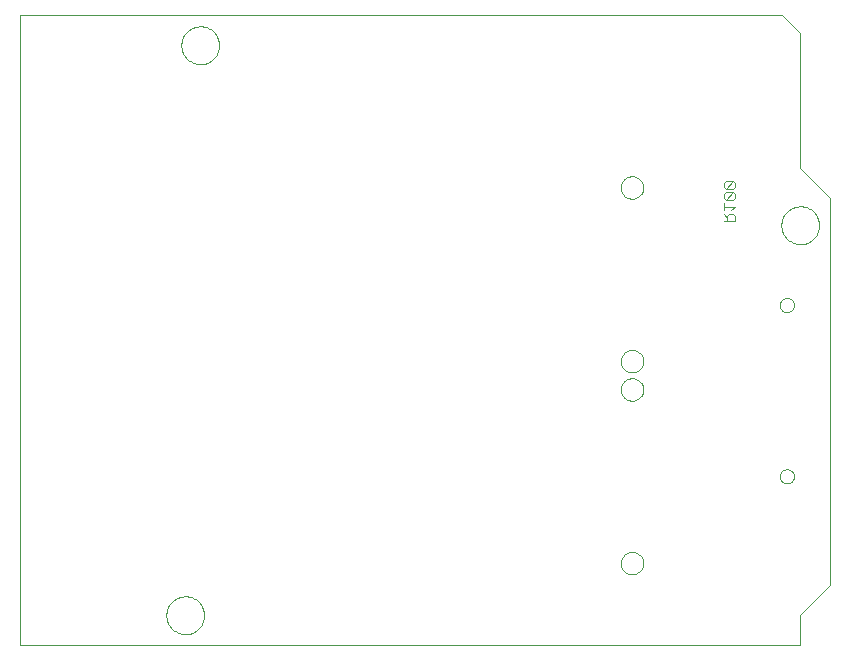
<source format=gbo>
G75*
%MOIN*%
%OFA0B0*%
%FSLAX24Y24*%
%IPPOS*%
%LPD*%
%AMOC8*
5,1,8,0,0,1.08239X$1,22.5*
%
%ADD10C,0.0000*%
%ADD11C,0.0030*%
D10*
X002700Y000500D02*
X002700Y021500D01*
X028100Y021500D01*
X028700Y020900D01*
X028700Y016400D01*
X029700Y015400D01*
X029700Y002500D01*
X028700Y001500D01*
X028700Y000500D01*
X002700Y000500D01*
X007570Y001500D02*
X007572Y001550D01*
X007578Y001600D01*
X007588Y001649D01*
X007602Y001697D01*
X007619Y001744D01*
X007640Y001789D01*
X007665Y001833D01*
X007693Y001874D01*
X007725Y001913D01*
X007759Y001950D01*
X007796Y001984D01*
X007836Y002014D01*
X007878Y002041D01*
X007922Y002065D01*
X007968Y002086D01*
X008015Y002102D01*
X008063Y002115D01*
X008113Y002124D01*
X008162Y002129D01*
X008213Y002130D01*
X008263Y002127D01*
X008312Y002120D01*
X008361Y002109D01*
X008409Y002094D01*
X008455Y002076D01*
X008500Y002054D01*
X008543Y002028D01*
X008584Y001999D01*
X008623Y001967D01*
X008659Y001932D01*
X008691Y001894D01*
X008721Y001854D01*
X008748Y001811D01*
X008771Y001767D01*
X008790Y001721D01*
X008806Y001673D01*
X008818Y001624D01*
X008826Y001575D01*
X008830Y001525D01*
X008830Y001475D01*
X008826Y001425D01*
X008818Y001376D01*
X008806Y001327D01*
X008790Y001279D01*
X008771Y001233D01*
X008748Y001189D01*
X008721Y001146D01*
X008691Y001106D01*
X008659Y001068D01*
X008623Y001033D01*
X008584Y001001D01*
X008543Y000972D01*
X008500Y000946D01*
X008455Y000924D01*
X008409Y000906D01*
X008361Y000891D01*
X008312Y000880D01*
X008263Y000873D01*
X008213Y000870D01*
X008162Y000871D01*
X008113Y000876D01*
X008063Y000885D01*
X008015Y000898D01*
X007968Y000914D01*
X007922Y000935D01*
X007878Y000959D01*
X007836Y000986D01*
X007796Y001016D01*
X007759Y001050D01*
X007725Y001087D01*
X007693Y001126D01*
X007665Y001167D01*
X007640Y001211D01*
X007619Y001256D01*
X007602Y001303D01*
X007588Y001351D01*
X007578Y001400D01*
X007572Y001450D01*
X007570Y001500D01*
X022720Y003235D02*
X022722Y003273D01*
X022728Y003312D01*
X022738Y003349D01*
X022751Y003385D01*
X022769Y003419D01*
X022789Y003452D01*
X022813Y003482D01*
X022840Y003509D01*
X022870Y003534D01*
X022901Y003556D01*
X022935Y003574D01*
X022971Y003588D01*
X023008Y003599D01*
X023046Y003606D01*
X023084Y003609D01*
X023123Y003608D01*
X023161Y003603D01*
X023199Y003594D01*
X023235Y003581D01*
X023270Y003565D01*
X023303Y003545D01*
X023334Y003522D01*
X023362Y003496D01*
X023387Y003467D01*
X023410Y003436D01*
X023429Y003402D01*
X023444Y003367D01*
X023456Y003330D01*
X023464Y003293D01*
X023468Y003254D01*
X023468Y003216D01*
X023464Y003177D01*
X023456Y003140D01*
X023444Y003103D01*
X023429Y003068D01*
X023410Y003034D01*
X023387Y003003D01*
X023362Y002974D01*
X023334Y002948D01*
X023303Y002925D01*
X023270Y002905D01*
X023235Y002889D01*
X023199Y002876D01*
X023161Y002867D01*
X023123Y002862D01*
X023084Y002861D01*
X023046Y002864D01*
X023008Y002871D01*
X022971Y002882D01*
X022935Y002896D01*
X022901Y002914D01*
X022870Y002936D01*
X022840Y002961D01*
X022813Y002988D01*
X022789Y003018D01*
X022769Y003051D01*
X022751Y003085D01*
X022738Y003121D01*
X022728Y003158D01*
X022722Y003197D01*
X022720Y003235D01*
X028015Y006130D02*
X028017Y006160D01*
X028023Y006190D01*
X028032Y006219D01*
X028045Y006246D01*
X028062Y006271D01*
X028081Y006294D01*
X028104Y006315D01*
X028129Y006332D01*
X028155Y006346D01*
X028184Y006356D01*
X028213Y006363D01*
X028243Y006366D01*
X028274Y006365D01*
X028304Y006360D01*
X028333Y006351D01*
X028360Y006339D01*
X028386Y006324D01*
X028410Y006305D01*
X028431Y006283D01*
X028449Y006259D01*
X028464Y006232D01*
X028475Y006204D01*
X028483Y006175D01*
X028487Y006145D01*
X028487Y006115D01*
X028483Y006085D01*
X028475Y006056D01*
X028464Y006028D01*
X028449Y006001D01*
X028431Y005977D01*
X028410Y005955D01*
X028386Y005936D01*
X028360Y005921D01*
X028333Y005909D01*
X028304Y005900D01*
X028274Y005895D01*
X028243Y005894D01*
X028213Y005897D01*
X028184Y005904D01*
X028155Y005914D01*
X028129Y005928D01*
X028104Y005945D01*
X028081Y005966D01*
X028062Y005989D01*
X028045Y006014D01*
X028032Y006041D01*
X028023Y006070D01*
X028017Y006100D01*
X028015Y006130D01*
X022720Y009025D02*
X022722Y009063D01*
X022728Y009102D01*
X022738Y009139D01*
X022751Y009175D01*
X022769Y009209D01*
X022789Y009242D01*
X022813Y009272D01*
X022840Y009299D01*
X022870Y009324D01*
X022901Y009346D01*
X022935Y009364D01*
X022971Y009378D01*
X023008Y009389D01*
X023046Y009396D01*
X023084Y009399D01*
X023123Y009398D01*
X023161Y009393D01*
X023199Y009384D01*
X023235Y009371D01*
X023270Y009355D01*
X023303Y009335D01*
X023334Y009312D01*
X023362Y009286D01*
X023387Y009257D01*
X023410Y009226D01*
X023429Y009192D01*
X023444Y009157D01*
X023456Y009120D01*
X023464Y009083D01*
X023468Y009044D01*
X023468Y009006D01*
X023464Y008967D01*
X023456Y008930D01*
X023444Y008893D01*
X023429Y008858D01*
X023410Y008824D01*
X023387Y008793D01*
X023362Y008764D01*
X023334Y008738D01*
X023303Y008715D01*
X023270Y008695D01*
X023235Y008679D01*
X023199Y008666D01*
X023161Y008657D01*
X023123Y008652D01*
X023084Y008651D01*
X023046Y008654D01*
X023008Y008661D01*
X022971Y008672D01*
X022935Y008686D01*
X022901Y008704D01*
X022870Y008726D01*
X022840Y008751D01*
X022813Y008778D01*
X022789Y008808D01*
X022769Y008841D01*
X022751Y008875D01*
X022738Y008911D01*
X022728Y008948D01*
X022722Y008987D01*
X022720Y009025D01*
X022720Y009967D02*
X022722Y010005D01*
X022728Y010044D01*
X022738Y010081D01*
X022751Y010117D01*
X022769Y010151D01*
X022789Y010184D01*
X022813Y010214D01*
X022840Y010241D01*
X022870Y010266D01*
X022901Y010288D01*
X022935Y010306D01*
X022971Y010320D01*
X023008Y010331D01*
X023046Y010338D01*
X023084Y010341D01*
X023123Y010340D01*
X023161Y010335D01*
X023199Y010326D01*
X023235Y010313D01*
X023270Y010297D01*
X023303Y010277D01*
X023334Y010254D01*
X023362Y010228D01*
X023387Y010199D01*
X023410Y010168D01*
X023429Y010134D01*
X023444Y010099D01*
X023456Y010062D01*
X023464Y010025D01*
X023468Y009986D01*
X023468Y009948D01*
X023464Y009909D01*
X023456Y009872D01*
X023444Y009835D01*
X023429Y009800D01*
X023410Y009766D01*
X023387Y009735D01*
X023362Y009706D01*
X023334Y009680D01*
X023303Y009657D01*
X023270Y009637D01*
X023235Y009621D01*
X023199Y009608D01*
X023161Y009599D01*
X023123Y009594D01*
X023084Y009593D01*
X023046Y009596D01*
X023008Y009603D01*
X022971Y009614D01*
X022935Y009628D01*
X022901Y009646D01*
X022870Y009668D01*
X022840Y009693D01*
X022813Y009720D01*
X022789Y009750D01*
X022769Y009783D01*
X022751Y009817D01*
X022738Y009853D01*
X022728Y009890D01*
X022722Y009929D01*
X022720Y009967D01*
X028015Y011839D02*
X028017Y011869D01*
X028023Y011899D01*
X028032Y011928D01*
X028045Y011955D01*
X028062Y011980D01*
X028081Y012003D01*
X028104Y012024D01*
X028129Y012041D01*
X028155Y012055D01*
X028184Y012065D01*
X028213Y012072D01*
X028243Y012075D01*
X028274Y012074D01*
X028304Y012069D01*
X028333Y012060D01*
X028360Y012048D01*
X028386Y012033D01*
X028410Y012014D01*
X028431Y011992D01*
X028449Y011968D01*
X028464Y011941D01*
X028475Y011913D01*
X028483Y011884D01*
X028487Y011854D01*
X028487Y011824D01*
X028483Y011794D01*
X028475Y011765D01*
X028464Y011737D01*
X028449Y011710D01*
X028431Y011686D01*
X028410Y011664D01*
X028386Y011645D01*
X028360Y011630D01*
X028333Y011618D01*
X028304Y011609D01*
X028274Y011604D01*
X028243Y011603D01*
X028213Y011606D01*
X028184Y011613D01*
X028155Y011623D01*
X028129Y011637D01*
X028104Y011654D01*
X028081Y011675D01*
X028062Y011698D01*
X028045Y011723D01*
X028032Y011750D01*
X028023Y011779D01*
X028017Y011809D01*
X028015Y011839D01*
X028070Y014500D02*
X028072Y014550D01*
X028078Y014600D01*
X028088Y014649D01*
X028102Y014697D01*
X028119Y014744D01*
X028140Y014789D01*
X028165Y014833D01*
X028193Y014874D01*
X028225Y014913D01*
X028259Y014950D01*
X028296Y014984D01*
X028336Y015014D01*
X028378Y015041D01*
X028422Y015065D01*
X028468Y015086D01*
X028515Y015102D01*
X028563Y015115D01*
X028613Y015124D01*
X028662Y015129D01*
X028713Y015130D01*
X028763Y015127D01*
X028812Y015120D01*
X028861Y015109D01*
X028909Y015094D01*
X028955Y015076D01*
X029000Y015054D01*
X029043Y015028D01*
X029084Y014999D01*
X029123Y014967D01*
X029159Y014932D01*
X029191Y014894D01*
X029221Y014854D01*
X029248Y014811D01*
X029271Y014767D01*
X029290Y014721D01*
X029306Y014673D01*
X029318Y014624D01*
X029326Y014575D01*
X029330Y014525D01*
X029330Y014475D01*
X029326Y014425D01*
X029318Y014376D01*
X029306Y014327D01*
X029290Y014279D01*
X029271Y014233D01*
X029248Y014189D01*
X029221Y014146D01*
X029191Y014106D01*
X029159Y014068D01*
X029123Y014033D01*
X029084Y014001D01*
X029043Y013972D01*
X029000Y013946D01*
X028955Y013924D01*
X028909Y013906D01*
X028861Y013891D01*
X028812Y013880D01*
X028763Y013873D01*
X028713Y013870D01*
X028662Y013871D01*
X028613Y013876D01*
X028563Y013885D01*
X028515Y013898D01*
X028468Y013914D01*
X028422Y013935D01*
X028378Y013959D01*
X028336Y013986D01*
X028296Y014016D01*
X028259Y014050D01*
X028225Y014087D01*
X028193Y014126D01*
X028165Y014167D01*
X028140Y014211D01*
X028119Y014256D01*
X028102Y014303D01*
X028088Y014351D01*
X028078Y014400D01*
X028072Y014450D01*
X028070Y014500D01*
X022720Y015757D02*
X022722Y015795D01*
X022728Y015834D01*
X022738Y015871D01*
X022751Y015907D01*
X022769Y015941D01*
X022789Y015974D01*
X022813Y016004D01*
X022840Y016031D01*
X022870Y016056D01*
X022901Y016078D01*
X022935Y016096D01*
X022971Y016110D01*
X023008Y016121D01*
X023046Y016128D01*
X023084Y016131D01*
X023123Y016130D01*
X023161Y016125D01*
X023199Y016116D01*
X023235Y016103D01*
X023270Y016087D01*
X023303Y016067D01*
X023334Y016044D01*
X023362Y016018D01*
X023387Y015989D01*
X023410Y015958D01*
X023429Y015924D01*
X023444Y015889D01*
X023456Y015852D01*
X023464Y015815D01*
X023468Y015776D01*
X023468Y015738D01*
X023464Y015699D01*
X023456Y015662D01*
X023444Y015625D01*
X023429Y015590D01*
X023410Y015556D01*
X023387Y015525D01*
X023362Y015496D01*
X023334Y015470D01*
X023303Y015447D01*
X023270Y015427D01*
X023235Y015411D01*
X023199Y015398D01*
X023161Y015389D01*
X023123Y015384D01*
X023084Y015383D01*
X023046Y015386D01*
X023008Y015393D01*
X022971Y015404D01*
X022935Y015418D01*
X022901Y015436D01*
X022870Y015458D01*
X022840Y015483D01*
X022813Y015510D01*
X022789Y015540D01*
X022769Y015573D01*
X022751Y015607D01*
X022738Y015643D01*
X022728Y015680D01*
X022722Y015719D01*
X022720Y015757D01*
X008070Y020500D02*
X008072Y020550D01*
X008078Y020600D01*
X008088Y020649D01*
X008102Y020697D01*
X008119Y020744D01*
X008140Y020789D01*
X008165Y020833D01*
X008193Y020874D01*
X008225Y020913D01*
X008259Y020950D01*
X008296Y020984D01*
X008336Y021014D01*
X008378Y021041D01*
X008422Y021065D01*
X008468Y021086D01*
X008515Y021102D01*
X008563Y021115D01*
X008613Y021124D01*
X008662Y021129D01*
X008713Y021130D01*
X008763Y021127D01*
X008812Y021120D01*
X008861Y021109D01*
X008909Y021094D01*
X008955Y021076D01*
X009000Y021054D01*
X009043Y021028D01*
X009084Y020999D01*
X009123Y020967D01*
X009159Y020932D01*
X009191Y020894D01*
X009221Y020854D01*
X009248Y020811D01*
X009271Y020767D01*
X009290Y020721D01*
X009306Y020673D01*
X009318Y020624D01*
X009326Y020575D01*
X009330Y020525D01*
X009330Y020475D01*
X009326Y020425D01*
X009318Y020376D01*
X009306Y020327D01*
X009290Y020279D01*
X009271Y020233D01*
X009248Y020189D01*
X009221Y020146D01*
X009191Y020106D01*
X009159Y020068D01*
X009123Y020033D01*
X009084Y020001D01*
X009043Y019972D01*
X009000Y019946D01*
X008955Y019924D01*
X008909Y019906D01*
X008861Y019891D01*
X008812Y019880D01*
X008763Y019873D01*
X008713Y019870D01*
X008662Y019871D01*
X008613Y019876D01*
X008563Y019885D01*
X008515Y019898D01*
X008468Y019914D01*
X008422Y019935D01*
X008378Y019959D01*
X008336Y019986D01*
X008296Y020016D01*
X008259Y020050D01*
X008225Y020087D01*
X008193Y020126D01*
X008165Y020167D01*
X008140Y020211D01*
X008119Y020256D01*
X008102Y020303D01*
X008088Y020351D01*
X008078Y020400D01*
X008072Y020450D01*
X008070Y020500D01*
D11*
X026152Y015899D02*
X026152Y015778D01*
X026213Y015717D01*
X026455Y015960D01*
X026213Y015960D01*
X026152Y015899D01*
X026213Y015717D02*
X026455Y015717D01*
X026516Y015778D01*
X026516Y015899D01*
X026455Y015960D01*
X026455Y015598D02*
X026213Y015598D01*
X026152Y015537D01*
X026152Y015416D01*
X026213Y015355D01*
X026455Y015598D01*
X026516Y015537D01*
X026516Y015416D01*
X026455Y015355D01*
X026213Y015355D01*
X026152Y015235D02*
X026152Y014992D01*
X026152Y014873D02*
X026273Y014751D01*
X026273Y014812D02*
X026273Y014630D01*
X026152Y014630D02*
X026516Y014630D01*
X026516Y014812D01*
X026455Y014873D01*
X026334Y014873D01*
X026273Y014812D01*
X026395Y014992D02*
X026516Y015114D01*
X026152Y015114D01*
M02*

</source>
